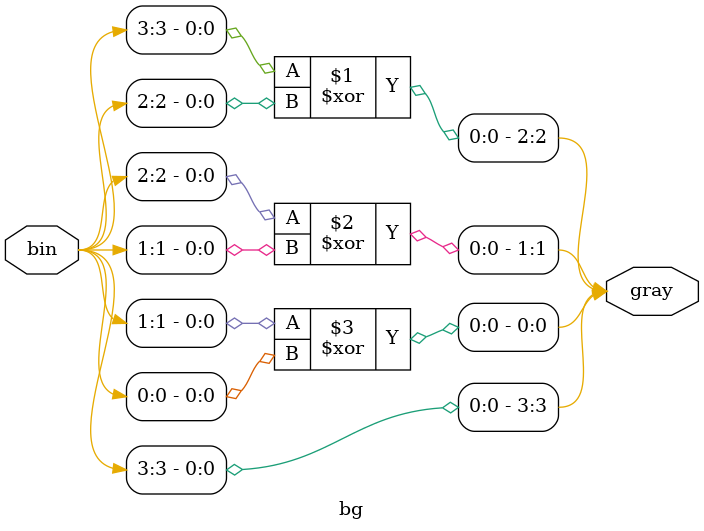
<source format=sv>

module bg #(
  parameter width = 4
)(
  input     wire[width-1:0] bin,
  output    wire[width-1:0] gray

);

  assign gray[width-1] = bin[width-1];

  genvar i;
  for (i=width-2; i>=0; i=i-1)
    assign gray[i] = bin[i+1] ^ bin[i];

endmodule

</source>
